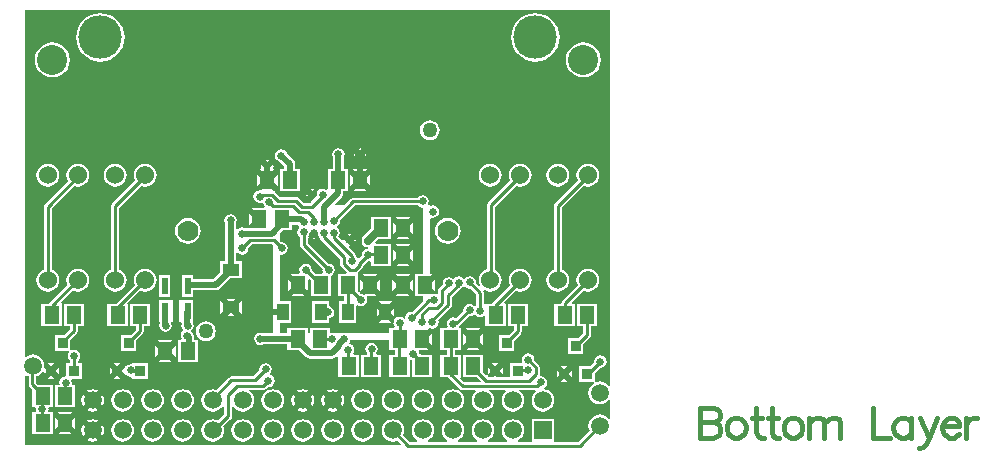
<source format=gbl>
%FSLAX23Y23*%
%MOIN*%
G70*
G01*
G75*
G04 Layer_Physical_Order=4*
G04 Layer_Color=16711680*
%ADD10C,0.016*%
%ADD11C,0.010*%
%ADD12C,0.020*%
%ADD13C,0.018*%
%ADD14C,0.015*%
%ADD15C,0.100*%
%ADD16C,0.145*%
%ADD17C,0.050*%
%ADD18C,0.070*%
%ADD19C,0.060*%
%ADD20O,0.060X0.061*%
%ADD21C,0.059*%
%ADD22C,0.059*%
%ADD23R,0.059X0.059*%
%ADD24C,0.025*%
%ADD25R,0.051X0.059*%
%ADD26R,0.058X0.039*%
%ADD27R,0.022X0.057*%
%ADD28R,0.022X0.057*%
%ADD29R,0.039X0.058*%
%ADD30R,0.035X0.037*%
%ADD31R,0.035X0.037*%
%ADD32C,0.020*%
%ADD33C,0.025*%
G36*
X1975Y224D02*
X1970Y222D01*
X1967Y227D01*
X1959Y233D01*
X1950Y236D01*
X1940Y238D01*
X1930Y236D01*
X1927Y235D01*
X1925Y237D01*
X1923Y238D01*
Y239D01*
X1923Y239D01*
Y266D01*
X1940Y284D01*
X1942Y283D01*
X1950Y285D01*
X1957Y289D01*
X1961Y296D01*
X1963Y304D01*
X1961Y312D01*
X1957Y319D01*
X1950Y323D01*
X1942Y325D01*
X1934Y323D01*
X1927Y319D01*
X1923Y312D01*
X1921Y304D01*
X1922Y302D01*
X1910Y290D01*
X1872D01*
Y237D01*
X1919D01*
X1920Y236D01*
X1920Y236D01*
Y236D01*
X1921Y234D01*
X1921D01*
X1921Y232D01*
X1913Y227D01*
X1907Y219D01*
X1904Y210D01*
X1902Y200D01*
X1904Y190D01*
X1907Y181D01*
X1913Y173D01*
X1921Y167D01*
X1930Y164D01*
X1940Y162D01*
X1950Y164D01*
X1959Y167D01*
X1967Y173D01*
X1970Y178D01*
X1975Y176D01*
Y114D01*
X1970Y112D01*
X1967Y117D01*
X1959Y123D01*
X1950Y126D01*
X1940Y128D01*
X1930Y126D01*
X1921Y123D01*
X1913Y117D01*
X1907Y109D01*
X1904Y100D01*
X1902Y90D01*
X1904Y80D01*
X1906Y75D01*
X1868Y37D01*
X1788D01*
Y37D01*
Y38D01*
X1788Y41D01*
X1788D01*
Y41D01*
X1788D01*
Y112D01*
X1713D01*
Y41D01*
X1713Y41D01*
X1713D01*
X1713Y38D01*
X1712Y37D01*
X1669D01*
X1668Y42D01*
X1669Y42D01*
X1677Y48D01*
X1683Y56D01*
X1687Y65D01*
X1688Y75D01*
X1687Y85D01*
X1683Y94D01*
X1677Y102D01*
X1669Y108D01*
X1660Y111D01*
X1650Y113D01*
X1641Y111D01*
X1631Y108D01*
X1624Y102D01*
X1618Y94D01*
X1614Y85D01*
X1613Y75D01*
X1614Y65D01*
X1618Y56D01*
X1624Y48D01*
X1631Y42D01*
X1632Y42D01*
X1631Y37D01*
X1569D01*
X1568Y42D01*
X1569Y42D01*
X1577Y48D01*
X1583Y56D01*
X1587Y65D01*
X1588Y75D01*
X1587Y85D01*
X1583Y94D01*
X1577Y102D01*
X1569Y108D01*
X1560Y111D01*
X1550Y113D01*
X1541Y111D01*
X1531Y108D01*
X1524Y102D01*
X1518Y94D01*
X1514Y85D01*
X1513Y75D01*
X1514Y65D01*
X1518Y56D01*
X1524Y48D01*
X1531Y42D01*
X1532Y42D01*
X1531Y37D01*
X1469D01*
X1468Y42D01*
X1469Y42D01*
X1477Y48D01*
X1483Y56D01*
X1487Y65D01*
X1488Y75D01*
X1487Y85D01*
X1483Y94D01*
X1477Y102D01*
X1469Y108D01*
X1460Y111D01*
X1450Y113D01*
X1441Y111D01*
X1431Y108D01*
X1424Y102D01*
X1418Y94D01*
X1414Y85D01*
X1413Y75D01*
X1414Y65D01*
X1418Y56D01*
X1424Y48D01*
X1431Y42D01*
X1432Y42D01*
X1431Y37D01*
X1369D01*
X1368Y42D01*
X1369Y42D01*
X1377Y48D01*
X1383Y56D01*
X1387Y65D01*
X1388Y75D01*
X1387Y85D01*
X1383Y94D01*
X1377Y102D01*
X1369Y108D01*
X1360Y111D01*
X1350Y113D01*
X1341Y111D01*
X1331Y108D01*
X1324Y102D01*
X1318Y94D01*
X1314Y85D01*
X1313Y75D01*
X1314Y65D01*
X1318Y56D01*
X1324Y48D01*
X1331Y42D01*
X1332Y42D01*
X1331Y37D01*
X1307D01*
X1284Y59D01*
X1287Y65D01*
X1288Y75D01*
X1287Y85D01*
X1283Y94D01*
X1277Y102D01*
X1269Y108D01*
X1260Y111D01*
X1250Y113D01*
X1241Y111D01*
X1231Y108D01*
X1224Y102D01*
X1218Y94D01*
X1214Y85D01*
X1213Y75D01*
X1214Y65D01*
X1218Y56D01*
X1224Y48D01*
X1231Y42D01*
X1241Y39D01*
X1250Y37D01*
X1260Y39D01*
X1266Y41D01*
X1277Y30D01*
X1275Y25D01*
X25D01*
Y256D01*
X29Y259D01*
X31Y257D01*
X36Y255D01*
Y228D01*
X36Y228D01*
X36D01*
X37Y223D01*
X40Y219D01*
X49Y209D01*
Y153D01*
X59D01*
X62Y149D01*
X61Y145D01*
X62Y141D01*
X59Y137D01*
X49D01*
Y63D01*
X116D01*
Y137D01*
X105D01*
X102Y141D01*
X103Y145D01*
X102Y149D01*
X105Y153D01*
X116D01*
Y227D01*
X68D01*
X62Y233D01*
Y255D01*
X69Y257D01*
X77Y263D01*
X82Y270D01*
X87Y269D01*
Y262D01*
X98Y274D01*
X87Y285D01*
X88Y290D01*
X87Y296D01*
Y300D01*
X86D01*
X83Y309D01*
X77Y317D01*
X69Y323D01*
X60Y326D01*
X50Y328D01*
X40Y326D01*
X31Y323D01*
X29Y321D01*
X25Y324D01*
Y1475D01*
X1975D01*
Y224D01*
D02*
G37*
%LPC*%
G36*
X307Y285D02*
Y262D01*
X318Y274D01*
X307Y285D01*
D02*
G37*
G36*
X138D02*
X127Y274D01*
X138Y262D01*
Y285D01*
D02*
G37*
G36*
X1180Y367D02*
X1172Y366D01*
X1165Y361D01*
X1161Y354D01*
X1159Y346D01*
X1161Y339D01*
X1165Y332D01*
Y327D01*
X1144D01*
Y253D01*
X1211D01*
Y327D01*
X1198D01*
X1195Y332D01*
X1199Y339D01*
X1201Y346D01*
X1199Y354D01*
X1195Y361D01*
X1188Y366D01*
X1180Y367D01*
D02*
G37*
G36*
X1567Y285D02*
Y262D01*
X1578Y274D01*
X1567Y285D01*
D02*
G37*
G36*
X125Y300D02*
X100D01*
X112Y288D01*
X125Y300D01*
D02*
G37*
G36*
X1835Y290D02*
X1810D01*
X1822Y278D01*
X1835Y290D01*
D02*
G37*
G36*
X1618Y285D02*
X1607Y274D01*
X1618Y262D01*
Y285D01*
D02*
G37*
G36*
X826Y299D02*
X818Y297D01*
X811Y293D01*
X807Y286D01*
X805Y278D01*
X806Y276D01*
X785Y255D01*
X712D01*
X707Y254D01*
X703Y251D01*
X662Y210D01*
X660Y211D01*
X650Y213D01*
X640Y211D01*
X631Y208D01*
X623Y202D01*
X617Y194D01*
X614Y185D01*
X612Y175D01*
X614Y165D01*
X617Y156D01*
X623Y148D01*
X631Y142D01*
X640Y139D01*
X650Y137D01*
X660Y139D01*
X669Y142D01*
X677Y148D01*
X683Y156D01*
X683Y157D01*
X688Y156D01*
Y128D01*
X668Y108D01*
X660Y111D01*
X650Y113D01*
X640Y111D01*
X631Y108D01*
X623Y102D01*
X617Y94D01*
X614Y85D01*
X612Y75D01*
X614Y65D01*
X617Y56D01*
X623Y48D01*
X631Y42D01*
X640Y39D01*
X650Y37D01*
X660Y39D01*
X669Y42D01*
X677Y48D01*
X683Y56D01*
X686Y65D01*
X688Y75D01*
X686Y85D01*
X685Y88D01*
X707Y111D01*
X710Y113D01*
X713Y117D01*
X714Y122D01*
Y153D01*
X719Y154D01*
X723Y148D01*
X731Y142D01*
X740Y139D01*
X750Y137D01*
X760Y139D01*
X769Y142D01*
X777Y148D01*
X783Y156D01*
X786Y165D01*
X788Y175D01*
X786Y185D01*
X783Y194D01*
X777Y202D01*
X769Y208D01*
X769Y209D01*
X817D01*
X822Y210D01*
X826Y213D01*
X833Y220D01*
X835Y219D01*
X843Y221D01*
X850Y225D01*
X854Y232D01*
X856Y240D01*
X854Y248D01*
X850Y255D01*
X843Y259D01*
X841Y259D01*
X841Y263D01*
X845Y270D01*
X847Y278D01*
X845Y286D01*
X841Y293D01*
X834Y297D01*
X826Y299D01*
D02*
G37*
G36*
X1822Y250D02*
X1810Y237D01*
X1835D01*
X1822Y250D01*
D02*
G37*
G36*
X1050Y213D02*
X1040Y211D01*
X1031Y208D01*
X1050Y189D01*
X1069Y208D01*
X1060Y211D01*
X1050Y213D01*
D02*
G37*
G36*
X250Y213D02*
X240Y211D01*
X231Y208D01*
X250Y189D01*
X268Y208D01*
X259Y211D01*
X250Y213D01*
D02*
G37*
G36*
X1797Y275D02*
Y252D01*
X1808Y264D01*
X1797Y275D01*
D02*
G37*
G36*
X1848D02*
X1837Y264D01*
X1848Y252D01*
Y275D01*
D02*
G37*
G36*
X112Y260D02*
X100Y247D01*
X125D01*
X112Y260D01*
D02*
G37*
G36*
X332D02*
X320Y247D01*
X345D01*
X332Y260D01*
D02*
G37*
G36*
X345Y300D02*
X320D01*
X332Y288D01*
X345Y300D01*
D02*
G37*
G36*
X515Y377D02*
X469D01*
X492Y354D01*
X515Y377D01*
D02*
G37*
G36*
X1381Y399D02*
X1362Y380D01*
X1381Y361D01*
Y399D01*
D02*
G37*
G36*
X1701Y497D02*
X1634D01*
Y423D01*
X1654D01*
Y410D01*
X1637Y393D01*
X1604D01*
Y340D01*
X1655D01*
Y374D01*
X1677Y395D01*
X1679Y400D01*
X1680Y405D01*
Y423D01*
X1701D01*
Y497D01*
D02*
G37*
G36*
X1517Y366D02*
X1494Y343D01*
X1541D01*
X1517Y366D01*
D02*
G37*
G36*
X627Y438D02*
X618Y437D01*
X610Y434D01*
X604Y428D01*
X598Y422D01*
X595Y414D01*
X594Y405D01*
X595Y396D01*
X598Y388D01*
X604Y382D01*
X610Y376D01*
X618Y373D01*
X627Y372D01*
X636Y373D01*
X644Y376D01*
X650Y382D01*
X656Y388D01*
X659Y396D01*
X660Y405D01*
X659Y414D01*
X656Y422D01*
X650Y428D01*
X644Y434D01*
X636Y437D01*
X627Y438D01*
D02*
G37*
G36*
X1541Y417D02*
X1494D01*
X1517Y394D01*
X1541Y417D01*
D02*
G37*
G36*
X1484Y399D02*
Y361D01*
X1503Y380D01*
X1484Y399D01*
D02*
G37*
G36*
X1551D02*
X1532Y380D01*
X1551Y361D01*
Y399D01*
D02*
G37*
G36*
X492Y326D02*
X469Y303D01*
X515D01*
X492Y326D01*
D02*
G37*
G36*
X510Y508D02*
X509Y508D01*
X509D01*
Y508D01*
X509D01*
X509D01*
X472D01*
Y435D01*
X474D01*
Y432D01*
X472Y424D01*
X474Y416D01*
X478Y409D01*
X485Y405D01*
X493Y403D01*
X501Y405D01*
X508Y409D01*
X512Y416D01*
X514Y424D01*
X512Y432D01*
X510Y435D01*
Y435D01*
X544D01*
X547Y431D01*
X545Y424D01*
X547Y416D01*
X550Y411D01*
X549Y406D01*
X549Y406D01*
X545Y399D01*
X543Y391D01*
X545Y383D01*
X546Y382D01*
X543Y377D01*
X534D01*
Y303D01*
X600D01*
Y377D01*
X588D01*
Y385D01*
X587Y392D01*
X584Y397D01*
X583Y399D01*
X579Y406D01*
Y408D01*
X581Y409D01*
X585Y416D01*
X587Y424D01*
X585Y432D01*
X583Y435D01*
Y435D01*
X584D01*
Y508D01*
X547D01*
Y508D01*
X547D01*
X547Y508D01*
Y508D01*
X510D01*
Y508D01*
D02*
G37*
G36*
X1605Y300D02*
X1580D01*
X1592Y288D01*
X1605Y300D01*
D02*
G37*
G36*
X433Y300D02*
X382D01*
Y299D01*
X378Y296D01*
X377Y296D01*
X369Y294D01*
X362Y290D01*
X358Y292D01*
Y285D01*
X347Y274D01*
X358Y262D01*
Y258D01*
X362Y260D01*
X369Y256D01*
X377Y254D01*
X378Y254D01*
X382Y251D01*
Y247D01*
X433D01*
Y300D01*
D02*
G37*
G36*
X1931Y497D02*
X1864D01*
Y423D01*
X1885D01*
Y400D01*
X1868Y383D01*
X1834D01*
Y330D01*
X1885D01*
Y363D01*
X1907Y385D01*
X1910Y389D01*
X1911Y394D01*
Y423D01*
X1931D01*
Y497D01*
D02*
G37*
G36*
X441D02*
X374D01*
Y423D01*
X393D01*
Y410D01*
X376Y393D01*
X344D01*
Y340D01*
X395D01*
Y375D01*
X416Y395D01*
X419Y400D01*
X420Y405D01*
Y423D01*
X441D01*
Y497D01*
D02*
G37*
G36*
X459Y359D02*
Y321D01*
X478Y340D01*
X459Y359D01*
D02*
G37*
G36*
X526D02*
X506Y340D01*
X526Y321D01*
Y359D01*
D02*
G37*
G36*
X950Y213D02*
X940Y211D01*
X931Y208D01*
X950Y189D01*
X969Y208D01*
X960Y211D01*
X950Y213D01*
D02*
G37*
G36*
X282Y94D02*
X264Y75D01*
X282Y56D01*
X286Y65D01*
X287Y75D01*
X286Y85D01*
X282Y94D01*
D02*
G37*
G36*
X157Y86D02*
X134Y63D01*
X181D01*
X157Y86D01*
D02*
G37*
G36*
X550Y113D02*
X540Y111D01*
X531Y108D01*
X523Y102D01*
X517Y94D01*
X513Y85D01*
X512Y75D01*
X513Y65D01*
X517Y56D01*
X523Y48D01*
X531Y42D01*
X540Y39D01*
X550Y37D01*
X559Y39D01*
X569Y42D01*
X576Y48D01*
X582Y56D01*
X586Y65D01*
X587Y75D01*
X586Y85D01*
X582Y94D01*
X576Y102D01*
X569Y108D01*
X559Y111D01*
X550Y113D01*
D02*
G37*
G36*
X217Y94D02*
X213Y85D01*
X212Y75D01*
X213Y65D01*
X217Y56D01*
X236Y75D01*
X217Y94D01*
D02*
G37*
G36*
X250Y113D02*
X240Y111D01*
X231Y108D01*
X250Y89D01*
X268Y108D01*
X259Y111D01*
X250Y113D01*
D02*
G37*
G36*
X181Y137D02*
X134D01*
X157Y114D01*
X181Y137D01*
D02*
G37*
G36*
X124Y119D02*
Y81D01*
X143Y100D01*
X124Y119D01*
D02*
G37*
G36*
X191D02*
X172Y100D01*
X191Y81D01*
Y119D01*
D02*
G37*
G36*
X950Y113D02*
X940Y111D01*
X931Y108D01*
X923Y102D01*
X917Y94D01*
X914Y85D01*
X912Y75D01*
X914Y65D01*
X917Y56D01*
X923Y48D01*
X931Y42D01*
X940Y39D01*
X950Y37D01*
X960Y39D01*
X969Y42D01*
X977Y48D01*
X983Y56D01*
X986Y65D01*
X988Y75D01*
X986Y85D01*
X983Y94D01*
X977Y102D01*
X969Y108D01*
X960Y111D01*
X950Y113D01*
D02*
G37*
G36*
X1050D02*
X1040Y111D01*
X1031Y108D01*
X1023Y102D01*
X1017Y94D01*
X1014Y85D01*
X1012Y75D01*
X1014Y65D01*
X1017Y56D01*
X1023Y48D01*
X1031Y42D01*
X1040Y39D01*
X1050Y37D01*
X1060Y39D01*
X1069Y42D01*
X1077Y48D01*
X1083Y56D01*
X1086Y65D01*
X1088Y75D01*
X1086Y85D01*
X1083Y94D01*
X1077Y102D01*
X1069Y108D01*
X1060Y111D01*
X1050Y113D01*
D02*
G37*
G36*
X750D02*
X740Y111D01*
X731Y108D01*
X723Y102D01*
X717Y94D01*
X714Y85D01*
X712Y75D01*
X714Y65D01*
X717Y56D01*
X723Y48D01*
X731Y42D01*
X740Y39D01*
X750Y37D01*
X760Y39D01*
X769Y42D01*
X777Y48D01*
X783Y56D01*
X786Y65D01*
X788Y75D01*
X786Y85D01*
X783Y94D01*
X777Y102D01*
X769Y108D01*
X760Y111D01*
X750Y113D01*
D02*
G37*
G36*
X850D02*
X840Y111D01*
X831Y108D01*
X823Y102D01*
X817Y94D01*
X814Y85D01*
X812Y75D01*
X814Y65D01*
X817Y56D01*
X823Y48D01*
X831Y42D01*
X840Y39D01*
X850Y37D01*
X860Y39D01*
X869Y42D01*
X877Y48D01*
X883Y56D01*
X886Y65D01*
X888Y75D01*
X886Y85D01*
X883Y94D01*
X877Y102D01*
X869Y108D01*
X860Y111D01*
X850Y113D01*
D02*
G37*
G36*
X350Y113D02*
X340Y111D01*
X331Y108D01*
X323Y102D01*
X317Y94D01*
X313Y85D01*
X312Y75D01*
X313Y65D01*
X317Y56D01*
X323Y48D01*
X331Y42D01*
X340Y39D01*
X350Y37D01*
X359Y39D01*
X369Y42D01*
X376Y48D01*
X382Y56D01*
X386Y65D01*
X387Y75D01*
X386Y85D01*
X382Y94D01*
X376Y102D01*
X369Y108D01*
X359Y111D01*
X350Y113D01*
D02*
G37*
G36*
X450D02*
X440Y111D01*
X431Y108D01*
X423Y102D01*
X417Y94D01*
X413Y85D01*
X412Y75D01*
X413Y65D01*
X417Y56D01*
X423Y48D01*
X431Y42D01*
X440Y39D01*
X450Y37D01*
X459Y39D01*
X469Y42D01*
X476Y48D01*
X482Y56D01*
X486Y65D01*
X487Y75D01*
X486Y85D01*
X482Y94D01*
X476Y102D01*
X469Y108D01*
X459Y111D01*
X450Y113D01*
D02*
G37*
G36*
X1150Y113D02*
X1140Y111D01*
X1131Y108D01*
X1123Y102D01*
X1117Y94D01*
X1114Y85D01*
X1112Y75D01*
X1114Y65D01*
X1117Y56D01*
X1123Y48D01*
X1131Y42D01*
X1140Y39D01*
X1150Y37D01*
X1160Y39D01*
X1169Y42D01*
X1177Y48D01*
X1183Y56D01*
X1186Y65D01*
X1188Y75D01*
X1186Y85D01*
X1183Y94D01*
X1177Y102D01*
X1169Y108D01*
X1160Y111D01*
X1150Y113D01*
D02*
G37*
G36*
X250Y61D02*
X231Y42D01*
X240Y39D01*
X250Y37D01*
X259Y39D01*
X268Y42D01*
X250Y61D01*
D02*
G37*
G36*
X1250Y213D02*
X1241Y211D01*
X1231Y208D01*
X1224Y202D01*
X1218Y194D01*
X1214Y185D01*
X1213Y175D01*
X1214Y165D01*
X1218Y156D01*
X1224Y148D01*
X1231Y142D01*
X1241Y139D01*
X1250Y137D01*
X1260Y139D01*
X1269Y142D01*
X1277Y148D01*
X1283Y156D01*
X1287Y165D01*
X1288Y175D01*
X1287Y185D01*
X1283Y194D01*
X1277Y202D01*
X1269Y208D01*
X1260Y211D01*
X1250Y213D01*
D02*
G37*
G36*
X917Y194D02*
X914Y185D01*
X912Y175D01*
X914Y165D01*
X917Y156D01*
X936Y175D01*
X917Y194D01*
D02*
G37*
G36*
X983D02*
X964Y175D01*
X983Y156D01*
X986Y165D01*
X988Y175D01*
X986Y185D01*
X983Y194D01*
D02*
G37*
G36*
X450Y213D02*
X440Y211D01*
X431Y208D01*
X423Y202D01*
X417Y194D01*
X413Y185D01*
X412Y175D01*
X413Y165D01*
X417Y156D01*
X423Y148D01*
X431Y142D01*
X440Y139D01*
X450Y137D01*
X459Y139D01*
X469Y142D01*
X476Y148D01*
X482Y156D01*
X486Y165D01*
X487Y175D01*
X486Y185D01*
X482Y194D01*
X476Y202D01*
X469Y208D01*
X459Y211D01*
X450Y213D01*
D02*
G37*
G36*
X550D02*
X540Y211D01*
X531Y208D01*
X523Y202D01*
X517Y194D01*
X513Y185D01*
X512Y175D01*
X513Y165D01*
X517Y156D01*
X523Y148D01*
X531Y142D01*
X540Y139D01*
X550Y137D01*
X559Y139D01*
X569Y142D01*
X576Y148D01*
X582Y156D01*
X586Y165D01*
X587Y175D01*
X586Y185D01*
X582Y194D01*
X576Y202D01*
X569Y208D01*
X559Y211D01*
X550Y213D01*
D02*
G37*
G36*
X217Y194D02*
X213Y185D01*
X212Y175D01*
X213Y165D01*
X217Y156D01*
X236Y175D01*
X217Y194D01*
D02*
G37*
G36*
X282D02*
X264Y175D01*
X282Y156D01*
X286Y165D01*
X287Y175D01*
X286Y185D01*
X282Y194D01*
D02*
G37*
G36*
X1017Y194D02*
X1014Y185D01*
X1012Y175D01*
X1014Y165D01*
X1017Y156D01*
X1036Y175D01*
X1017Y194D01*
D02*
G37*
G36*
X1083D02*
X1064Y175D01*
X1083Y156D01*
X1086Y165D01*
X1088Y175D01*
X1086Y185D01*
X1083Y194D01*
D02*
G37*
G36*
X850Y213D02*
X840Y211D01*
X831Y208D01*
X823Y202D01*
X817Y194D01*
X814Y185D01*
X812Y175D01*
X814Y165D01*
X817Y156D01*
X823Y148D01*
X831Y142D01*
X840Y139D01*
X850Y137D01*
X860Y139D01*
X869Y142D01*
X877Y148D01*
X883Y156D01*
X886Y165D01*
X888Y175D01*
X886Y185D01*
X883Y194D01*
X877Y202D01*
X869Y208D01*
X860Y211D01*
X850Y213D01*
D02*
G37*
G36*
X950Y161D02*
X931Y142D01*
X940Y139D01*
X950Y137D01*
X960Y139D01*
X969Y142D01*
X950Y161D01*
D02*
G37*
G36*
X1350Y213D02*
X1341Y211D01*
X1331Y208D01*
X1324Y202D01*
X1318Y194D01*
X1314Y185D01*
X1313Y175D01*
X1314Y165D01*
X1318Y156D01*
X1324Y148D01*
X1331Y142D01*
X1341Y139D01*
X1350Y137D01*
X1360Y139D01*
X1369Y142D01*
X1377Y148D01*
X1383Y156D01*
X1387Y165D01*
X1388Y175D01*
X1387Y185D01*
X1383Y194D01*
X1377Y202D01*
X1369Y208D01*
X1360Y211D01*
X1350Y213D01*
D02*
G37*
G36*
X1450D02*
X1441Y211D01*
X1431Y208D01*
X1424Y202D01*
X1418Y194D01*
X1414Y185D01*
X1413Y175D01*
X1414Y165D01*
X1418Y156D01*
X1424Y148D01*
X1431Y142D01*
X1441Y139D01*
X1450Y137D01*
X1460Y139D01*
X1469Y142D01*
X1477Y148D01*
X1483Y156D01*
X1487Y165D01*
X1488Y175D01*
X1487Y185D01*
X1483Y194D01*
X1477Y202D01*
X1469Y208D01*
X1460Y211D01*
X1450Y213D01*
D02*
G37*
G36*
X250Y161D02*
X231Y142D01*
X240Y139D01*
X250Y137D01*
X259Y139D01*
X268Y142D01*
X250Y161D01*
D02*
G37*
G36*
X350Y213D02*
X340Y211D01*
X331Y208D01*
X323Y202D01*
X317Y194D01*
X313Y185D01*
X312Y175D01*
X313Y165D01*
X317Y156D01*
X323Y148D01*
X331Y142D01*
X340Y139D01*
X350Y137D01*
X359Y139D01*
X369Y142D01*
X376Y148D01*
X382Y156D01*
X386Y165D01*
X387Y175D01*
X386Y185D01*
X382Y194D01*
X376Y202D01*
X369Y208D01*
X359Y211D01*
X350Y213D01*
D02*
G37*
G36*
X1050Y161D02*
X1031Y142D01*
X1040Y139D01*
X1050Y137D01*
X1060Y139D01*
X1069Y142D01*
X1050Y161D01*
D02*
G37*
G36*
X1150Y213D02*
X1140Y211D01*
X1131Y208D01*
X1123Y202D01*
X1117Y194D01*
X1114Y185D01*
X1112Y175D01*
X1114Y165D01*
X1117Y156D01*
X1123Y148D01*
X1131Y142D01*
X1140Y139D01*
X1150Y137D01*
X1160Y139D01*
X1169Y142D01*
X1177Y148D01*
X1183Y156D01*
X1186Y165D01*
X1188Y175D01*
X1186Y185D01*
X1183Y194D01*
X1177Y202D01*
X1169Y208D01*
X1160Y211D01*
X1150Y213D01*
D02*
G37*
G36*
X1575Y963D02*
X1565Y962D01*
X1556Y958D01*
X1548Y952D01*
X1542Y944D01*
X1538Y935D01*
X1537Y925D01*
X1538Y915D01*
X1542Y906D01*
X1548Y898D01*
X1556Y892D01*
X1565Y888D01*
X1575Y887D01*
X1585Y888D01*
X1594Y892D01*
X1602Y898D01*
X1608Y906D01*
X1612Y915D01*
X1613Y925D01*
X1612Y935D01*
X1608Y944D01*
X1602Y952D01*
X1594Y958D01*
X1585Y962D01*
X1575Y963D01*
D02*
G37*
G36*
X1800D02*
X1790Y962D01*
X1781Y958D01*
X1773Y952D01*
X1767Y944D01*
X1763Y935D01*
X1762Y925D01*
X1763Y915D01*
X1767Y906D01*
X1773Y898D01*
X1781Y892D01*
X1790Y888D01*
X1800Y887D01*
X1810Y888D01*
X1819Y892D01*
X1827Y898D01*
X1833Y906D01*
X1837Y915D01*
X1838Y925D01*
X1837Y935D01*
X1833Y944D01*
X1827Y952D01*
X1819Y958D01*
X1810Y962D01*
X1800Y963D01*
D02*
G37*
G36*
X567Y783D02*
X556Y782D01*
X545Y777D01*
X536Y771D01*
X530Y762D01*
X525Y751D01*
X524Y740D01*
X525Y729D01*
X530Y718D01*
X536Y709D01*
X545Y703D01*
X556Y698D01*
X567Y697D01*
X578Y698D01*
X589Y703D01*
X598Y709D01*
X604Y718D01*
X609Y729D01*
X610Y740D01*
X609Y751D01*
X604Y762D01*
X598Y771D01*
X589Y777D01*
X578Y782D01*
X567Y783D01*
D02*
G37*
G36*
X325Y963D02*
X315Y962D01*
X306Y958D01*
X298Y952D01*
X292Y944D01*
X288Y935D01*
X287Y925D01*
X288Y915D01*
X292Y906D01*
X298Y898D01*
X306Y892D01*
X315Y888D01*
X325Y887D01*
X335Y888D01*
X344Y892D01*
X352Y898D01*
X358Y906D01*
X362Y915D01*
X363Y925D01*
X362Y935D01*
X358Y944D01*
X352Y952D01*
X344Y958D01*
X335Y962D01*
X325Y963D01*
D02*
G37*
G36*
X1433Y783D02*
X1422Y782D01*
X1411Y777D01*
X1402Y771D01*
X1396Y762D01*
X1391Y751D01*
X1390Y740D01*
X1391Y729D01*
X1396Y718D01*
X1402Y709D01*
X1411Y703D01*
X1422Y698D01*
X1433Y697D01*
X1444Y698D01*
X1455Y703D01*
X1464Y709D01*
X1470Y718D01*
X1475Y729D01*
X1476Y740D01*
X1475Y751D01*
X1470Y762D01*
X1464Y771D01*
X1455Y777D01*
X1444Y782D01*
X1433Y783D01*
D02*
G37*
G36*
X1175Y929D02*
X1156Y910D01*
X1175Y891D01*
Y929D01*
D02*
G37*
G36*
X1165Y947D02*
X1119D01*
X1142Y924D01*
X1165Y947D01*
D02*
G37*
G36*
X1108Y929D02*
Y891D01*
X1128Y910D01*
X1108Y929D01*
D02*
G37*
G36*
X799D02*
Y891D01*
X818Y910D01*
X799Y929D01*
D02*
G37*
G36*
X866D02*
X846Y910D01*
X866Y891D01*
Y929D01*
D02*
G37*
G36*
X1142Y896D02*
X1119Y873D01*
X1165D01*
X1142Y896D01*
D02*
G37*
G36*
X772Y799D02*
Y761D01*
X791Y780D01*
X772Y799D01*
D02*
G37*
G36*
X963Y864D02*
X962Y858D01*
X963Y853D01*
X968Y858D01*
X963Y864D01*
D02*
G37*
G36*
X878Y1012D02*
X870Y1010D01*
X863Y1006D01*
X859Y999D01*
X857Y991D01*
X859Y983D01*
X863Y976D01*
X870Y972D01*
X872Y972D01*
X889Y954D01*
Y947D01*
X874D01*
Y873D01*
X940D01*
Y947D01*
X925D01*
Y962D01*
X924Y969D01*
X920Y975D01*
X920Y975D01*
X920D01*
Y975D01*
D01*
D01*
D01*
X920Y975D01*
X920Y975D01*
X897Y997D01*
X897Y999D01*
X893Y1006D01*
X886Y1010D01*
X878Y1012D01*
D02*
G37*
G36*
X982Y879D02*
X977Y878D01*
X982Y872D01*
X988Y878D01*
X982Y879D01*
D02*
G37*
G36*
X1900Y964D02*
X1890Y962D01*
X1881Y958D01*
X1873Y952D01*
X1867Y944D01*
X1863Y935D01*
X1862Y925D01*
Y925D01*
X1863Y915D01*
X1866Y908D01*
X1791Y833D01*
X1788Y829D01*
X1787Y824D01*
Y611D01*
X1781Y608D01*
X1773Y602D01*
X1767Y594D01*
X1763Y585D01*
X1762Y575D01*
X1763Y565D01*
X1767Y556D01*
X1773Y548D01*
X1781Y542D01*
X1790Y538D01*
X1800Y537D01*
X1810Y538D01*
X1819Y542D01*
X1827Y548D01*
X1833Y556D01*
X1837Y565D01*
X1838Y575D01*
X1837Y585D01*
X1833Y594D01*
X1827Y602D01*
X1819Y608D01*
X1813Y611D01*
Y818D01*
X1885Y890D01*
X1890Y888D01*
X1900Y886D01*
X1910Y888D01*
X1919Y892D01*
X1927Y898D01*
X1933Y906D01*
X1937Y915D01*
X1938Y925D01*
Y925D01*
X1937Y935D01*
X1933Y944D01*
X1927Y952D01*
X1919Y958D01*
X1910Y962D01*
X1900Y964D01*
D02*
G37*
G36*
X100Y963D02*
X90Y962D01*
X81Y958D01*
X73Y952D01*
X67Y944D01*
X63Y935D01*
X62Y925D01*
X63Y915D01*
X67Y906D01*
X73Y898D01*
X81Y892D01*
X90Y888D01*
X100Y887D01*
X110Y888D01*
X119Y892D01*
X127Y898D01*
X133Y906D01*
X137Y915D01*
X138Y925D01*
X137Y935D01*
X133Y944D01*
X127Y952D01*
X119Y958D01*
X110Y962D01*
X100Y963D01*
D02*
G37*
G36*
X425Y964D02*
X415Y962D01*
X406Y958D01*
X398Y952D01*
X392Y944D01*
X388Y935D01*
X387Y925D01*
Y925D01*
X388Y915D01*
X391Y908D01*
X315Y831D01*
X312Y827D01*
X311Y822D01*
Y610D01*
X306Y608D01*
X298Y602D01*
X292Y594D01*
X288Y585D01*
X287Y575D01*
X288Y565D01*
X292Y556D01*
X298Y548D01*
X306Y542D01*
X315Y538D01*
X325Y537D01*
X335Y538D01*
X344Y542D01*
X352Y548D01*
X358Y556D01*
X362Y565D01*
X363Y575D01*
X362Y585D01*
X358Y594D01*
X352Y602D01*
X344Y608D01*
X337Y611D01*
Y816D01*
X410Y890D01*
X415Y888D01*
X425Y886D01*
X435Y888D01*
X444Y892D01*
X452Y898D01*
X458Y906D01*
X462Y915D01*
X463Y925D01*
Y925D01*
X462Y935D01*
X458Y944D01*
X452Y952D01*
X444Y958D01*
X435Y962D01*
X425Y964D01*
D02*
G37*
G36*
X1069Y1016D02*
X1061Y1014D01*
X1054Y1010D01*
X1050Y1003D01*
X1048Y995D01*
X1050Y987D01*
X1051Y986D01*
Y947D01*
X1034D01*
Y879D01*
X1029Y876D01*
X1025Y879D01*
X1017Y881D01*
X1009Y879D01*
X1002Y875D01*
X1002Y874D01*
X997Y873D01*
X997Y873D01*
X999Y870D01*
X998Y868D01*
X996Y860D01*
X997Y858D01*
X990Y851D01*
X977Y839D01*
X976Y839D01*
X977Y837D01*
X974Y833D01*
X953D01*
X936Y850D01*
X931Y853D01*
X926Y854D01*
X875D01*
X858Y870D01*
X859Y873D01*
X855D01*
X832Y896D01*
X810Y874D01*
X806Y875D01*
X799Y873D01*
Y873D01*
X798Y873D01*
X791Y869D01*
X787Y862D01*
X785Y854D01*
X787Y846D01*
X791Y839D01*
X798Y835D01*
X806Y833D01*
X814Y835D01*
X814Y835D01*
X819Y833D01*
X820Y827D01*
X823Y822D01*
X821Y817D01*
X782D01*
X812Y787D01*
X805Y780D01*
X812Y773D01*
X789Y749D01*
X772D01*
Y749D01*
X757D01*
X756Y750D01*
X748Y752D01*
X740Y750D01*
X733Y746D01*
X733Y745D01*
X728Y747D01*
Y766D01*
X729Y767D01*
X731Y775D01*
X729Y783D01*
X725Y790D01*
X718Y794D01*
X710Y796D01*
X702Y794D01*
X695Y790D01*
X691Y783D01*
X689Y775D01*
X691Y767D01*
X692Y766D01*
Y638D01*
X673D01*
Y600D01*
X652Y579D01*
X584D01*
Y593D01*
X547D01*
Y520D01*
X584D01*
Y543D01*
X658D01*
X659Y543D01*
X660Y543D01*
X667Y544D01*
X673Y548D01*
X707Y582D01*
X747D01*
Y638D01*
X728D01*
Y666D01*
X733Y668D01*
X733Y667D01*
X740Y663D01*
X748Y661D01*
X756Y663D01*
X763Y667D01*
X767Y674D01*
X769Y682D01*
X768Y684D01*
X780Y695D01*
X848D01*
X850Y693D01*
Y398D01*
X818D01*
X817Y399D01*
X809Y401D01*
X801Y399D01*
X794Y395D01*
X790Y388D01*
X788Y380D01*
X790Y372D01*
X794Y365D01*
X801Y361D01*
X809Y359D01*
X817Y361D01*
X818Y362D01*
X899D01*
Y343D01*
X938D01*
X961Y319D01*
X961D01*
X961Y319D01*
X961D01*
X961Y319D01*
Y319D01*
X961Y319D01*
Y319D01*
X967Y315D01*
X974Y314D01*
X1048D01*
X1055Y315D01*
X1061Y319D01*
X1065Y323D01*
X1069Y321D01*
Y253D01*
X1136D01*
Y327D01*
X1120D01*
X1118Y332D01*
X1120Y335D01*
X1122Y343D01*
X1120Y351D01*
X1116Y358D01*
X1109Y362D01*
X1103Y363D01*
X1103Y364D01*
X1107Y371D01*
X1108Y375D01*
X1239D01*
Y343D01*
X1257D01*
Y327D01*
X1239D01*
Y253D01*
X1306D01*
Y307D01*
X1309Y310D01*
X1314Y308D01*
Y253D01*
X1381D01*
Y327D01*
X1350D01*
X1338Y330D01*
X1336Y338D01*
X1336Y338D01*
X1338Y343D01*
X1371D01*
X1340Y373D01*
X1347Y380D01*
X1340Y387D01*
X1371Y417D01*
X1372D01*
X1374Y416D01*
X1381Y414D01*
Y413D01*
X1382Y414D01*
X1390Y416D01*
X1397Y420D01*
X1401Y427D01*
X1403Y435D01*
X1401Y443D01*
X1443Y485D01*
X1446Y489D01*
X1447Y494D01*
Y520D01*
X1475Y547D01*
X1478Y548D01*
X1485Y552D01*
X1486Y555D01*
X1491D01*
X1492Y553D01*
X1499Y549D01*
X1507Y547D01*
X1508Y548D01*
X1527Y527D01*
Y492D01*
X1523Y489D01*
X1522Y489D01*
X1521Y491D01*
X1514Y495D01*
X1506Y497D01*
X1498Y495D01*
X1491Y491D01*
X1487Y484D01*
X1485Y476D01*
X1486Y474D01*
X1461Y449D01*
X1459Y450D01*
X1451Y452D01*
X1443Y450D01*
X1436Y446D01*
X1432Y439D01*
X1430Y431D01*
X1432Y423D01*
X1433Y422D01*
X1430Y417D01*
X1409D01*
Y343D01*
X1430D01*
Y327D01*
X1409D01*
Y253D01*
X1434D01*
X1474Y213D01*
X1478Y210D01*
X1483Y209D01*
X1525D01*
X1527Y204D01*
X1524Y202D01*
X1518Y194D01*
X1514Y185D01*
X1513Y175D01*
X1514Y165D01*
X1518Y156D01*
X1524Y148D01*
X1531Y142D01*
X1541Y139D01*
X1550Y137D01*
X1560Y139D01*
X1569Y142D01*
X1577Y148D01*
X1583Y156D01*
X1587Y165D01*
X1588Y175D01*
X1587Y185D01*
X1583Y194D01*
X1577Y202D01*
X1569Y208D01*
X1569Y209D01*
X1625D01*
X1627Y204D01*
X1624Y202D01*
X1618Y194D01*
X1614Y185D01*
X1613Y175D01*
X1614Y165D01*
X1618Y156D01*
X1624Y148D01*
X1631Y142D01*
X1641Y139D01*
X1650Y137D01*
X1660Y139D01*
X1669Y142D01*
X1677Y148D01*
X1683Y156D01*
X1687Y165D01*
X1688Y175D01*
X1687Y185D01*
X1683Y194D01*
X1677Y202D01*
X1669Y208D01*
X1669Y209D01*
X1725D01*
X1727Y204D01*
X1724Y202D01*
X1718Y194D01*
X1714Y185D01*
X1713Y175D01*
X1714Y165D01*
X1718Y156D01*
X1724Y148D01*
X1731Y142D01*
X1741Y139D01*
X1750Y137D01*
X1760Y139D01*
X1769Y142D01*
X1777Y148D01*
X1783Y156D01*
X1787Y165D01*
X1788Y175D01*
X1787Y185D01*
X1783Y194D01*
X1777Y202D01*
X1769Y208D01*
X1760Y211D01*
X1755Y212D01*
X1754Y217D01*
X1759Y220D01*
X1763Y227D01*
X1765Y235D01*
X1763Y243D01*
X1759Y250D01*
X1752Y254D01*
X1744Y256D01*
X1743Y256D01*
X1739Y259D01*
X1740Y263D01*
Y285D01*
X1739Y290D01*
X1736Y294D01*
X1721Y309D01*
X1722Y311D01*
X1720Y319D01*
X1716Y326D01*
X1709Y330D01*
X1701Y332D01*
X1693Y330D01*
X1686Y326D01*
X1682Y319D01*
X1680Y311D01*
X1682Y304D01*
X1679Y301D01*
X1678Y300D01*
X1642D01*
Y254D01*
X1618D01*
Y254D01*
X1598D01*
X1592Y260D01*
X1587Y254D01*
X1567D01*
Y259D01*
X1562Y257D01*
X1551Y269D01*
Y327D01*
X1484D01*
Y253D01*
X1530D01*
X1543Y240D01*
X1541Y235D01*
X1488D01*
X1475Y249D01*
X1476Y253D01*
X1476D01*
X1476Y253D01*
Y327D01*
X1456D01*
Y343D01*
X1476D01*
Y417D01*
X1472D01*
X1470Y422D01*
X1471Y423D01*
X1504Y456D01*
X1506Y455D01*
X1514Y457D01*
X1520Y461D01*
X1524Y460D01*
X1526Y458D01*
X1532Y453D01*
X1540Y452D01*
X1548Y453D01*
X1555Y458D01*
X1559Y455D01*
Y423D01*
X1626D01*
Y497D01*
X1624D01*
X1622Y502D01*
X1660Y540D01*
X1665Y538D01*
X1675Y536D01*
X1685Y538D01*
X1694Y542D01*
X1702Y548D01*
X1708Y556D01*
X1712Y565D01*
X1713Y575D01*
Y575D01*
X1712Y585D01*
X1708Y594D01*
X1702Y602D01*
X1694Y608D01*
X1685Y612D01*
X1675Y614D01*
X1665Y612D01*
X1656Y608D01*
X1648Y602D01*
X1642Y594D01*
X1638Y585D01*
X1637Y575D01*
Y575D01*
X1638Y565D01*
X1641Y558D01*
X1582Y499D01*
X1581Y497D01*
X1559D01*
Y490D01*
X1558Y489D01*
X1553Y491D01*
Y532D01*
X1553Y535D01*
X1553Y537D01*
X1552Y537D01*
X1552Y537D01*
X1551Y539D01*
X1552Y540D01*
X1556Y542D01*
X1556Y542D01*
X1565Y538D01*
X1575Y537D01*
X1585Y538D01*
X1594Y542D01*
X1602Y548D01*
X1608Y556D01*
X1612Y565D01*
X1613Y575D01*
X1612Y585D01*
X1608Y594D01*
X1602Y602D01*
X1594Y608D01*
X1591Y609D01*
Y821D01*
X1660Y890D01*
X1665Y888D01*
X1675Y886D01*
X1685Y888D01*
X1694Y892D01*
X1702Y898D01*
X1708Y906D01*
X1712Y915D01*
X1713Y925D01*
Y925D01*
X1712Y935D01*
X1708Y944D01*
X1702Y952D01*
X1694Y958D01*
X1685Y962D01*
X1675Y964D01*
X1665Y962D01*
X1656Y958D01*
X1648Y952D01*
X1642Y944D01*
X1638Y935D01*
X1637Y925D01*
Y925D01*
X1638Y915D01*
X1641Y908D01*
X1569Y836D01*
X1566Y832D01*
X1565Y827D01*
Y612D01*
X1556Y608D01*
X1548Y602D01*
X1542Y594D01*
X1538Y585D01*
X1537Y575D01*
X1538Y565D01*
X1541Y558D01*
X1537Y555D01*
X1527Y566D01*
X1528Y568D01*
X1526Y576D01*
X1522Y583D01*
X1515Y587D01*
X1507Y589D01*
X1499Y587D01*
X1492Y583D01*
X1491Y580D01*
X1486D01*
X1485Y582D01*
X1478Y586D01*
X1470Y588D01*
X1462Y586D01*
X1455Y582D01*
X1455Y582D01*
X1450Y581D01*
X1445Y584D01*
X1437Y586D01*
X1429Y584D01*
X1422Y580D01*
X1418Y573D01*
X1416Y565D01*
X1417Y563D01*
X1404Y550D01*
X1401Y546D01*
X1400Y541D01*
Y530D01*
X1396Y528D01*
X1394Y529D01*
X1391Y530D01*
Y530D01*
X1386Y531D01*
X1378Y529D01*
X1376Y528D01*
X1350Y553D01*
X1357Y560D01*
X1350Y567D01*
X1381Y597D01*
X1375D01*
Y781D01*
X1379Y784D01*
X1384Y783D01*
X1392Y785D01*
X1399Y789D01*
X1403Y796D01*
X1405Y804D01*
X1403Y812D01*
X1399Y819D01*
X1392Y823D01*
X1384Y825D01*
X1376Y823D01*
X1375Y825D01*
Y825D01*
X1371D01*
X1369Y829D01*
X1369Y830D01*
X1371Y838D01*
X1369Y846D01*
X1365Y853D01*
X1358Y857D01*
X1350Y859D01*
X1342Y857D01*
X1335Y853D01*
X1334Y851D01*
X1119D01*
X1114Y850D01*
X1110Y847D01*
X1087Y825D01*
X1058D01*
X1056Y830D01*
X1080Y854D01*
X1084Y860D01*
D01*
D01*
D01*
Y860D01*
X1084D01*
D01*
D01*
D01*
D01*
X1084D01*
D01*
D01*
D01*
D01*
Y860D01*
X1084D01*
D01*
Y860D01*
D01*
D01*
D01*
D01*
D01*
D01*
D01*
D01*
D01*
D01*
D01*
D01*
Y860D01*
D01*
X1084D01*
D01*
D01*
D01*
D01*
X1084Y860D01*
X1085Y867D01*
Y873D01*
X1100D01*
Y947D01*
X1087D01*
Y986D01*
X1088Y987D01*
X1090Y995D01*
X1088Y1003D01*
X1084Y1010D01*
X1077Y1014D01*
X1069Y1016D01*
D02*
G37*
G36*
X200Y964D02*
X190Y962D01*
X181Y958D01*
X173Y952D01*
X167Y944D01*
X163Y935D01*
X162Y925D01*
Y925D01*
X163Y915D01*
X167Y907D01*
X91Y831D01*
X88Y826D01*
X87Y821D01*
Y611D01*
X81Y608D01*
X73Y602D01*
X67Y594D01*
X63Y585D01*
X62Y575D01*
X63Y565D01*
X67Y556D01*
X73Y548D01*
X81Y542D01*
X90Y538D01*
X100Y537D01*
X110Y538D01*
X119Y542D01*
X127Y548D01*
X133Y556D01*
X137Y565D01*
X138Y575D01*
X137Y585D01*
X133Y594D01*
X127Y602D01*
X119Y608D01*
X113Y611D01*
Y816D01*
X186Y889D01*
X190Y888D01*
X200Y886D01*
X210Y888D01*
X219Y892D01*
X227Y898D01*
X233Y906D01*
X237Y915D01*
X238Y925D01*
Y925D01*
X237Y935D01*
X233Y944D01*
X227Y952D01*
X219Y958D01*
X210Y962D01*
X200Y964D01*
D02*
G37*
G36*
X852Y961D02*
X839Y949D01*
X832Y956D01*
X825Y949D01*
X812Y961D01*
X811Y956D01*
X812Y951D01*
X809Y947D01*
X809D01*
X832Y924D01*
X855Y947D01*
X855D01*
X852Y951D01*
X853Y956D01*
X852Y961D01*
D02*
G37*
G36*
X673Y507D02*
Y462D01*
X696Y485D01*
X673Y507D01*
D02*
G37*
G36*
X710Y470D02*
X697Y457D01*
X723D01*
X710Y470D01*
D02*
G37*
G36*
X747Y507D02*
X724Y485D01*
X747Y462D01*
Y507D01*
D02*
G37*
G36*
X723Y512D02*
X697D01*
X710Y499D01*
X723Y512D01*
D02*
G37*
G36*
X1373Y1108D02*
X1364Y1107D01*
X1356Y1104D01*
X1350Y1098D01*
X1344Y1092D01*
X1341Y1084D01*
X1340Y1075D01*
X1341Y1066D01*
X1344Y1058D01*
X1350Y1052D01*
X1356Y1046D01*
X1364Y1043D01*
X1373Y1042D01*
X1382Y1043D01*
X1390Y1046D01*
X1396Y1052D01*
X1402Y1058D01*
X1405Y1066D01*
X1406Y1075D01*
X1405Y1084D01*
X1402Y1092D01*
X1396Y1098D01*
X1390Y1104D01*
X1382Y1107D01*
X1373Y1108D01*
D02*
G37*
G36*
X1725Y1466D02*
X1709Y1464D01*
X1694Y1460D01*
X1680Y1452D01*
X1668Y1442D01*
X1658Y1430D01*
X1650Y1416D01*
X1646Y1401D01*
X1644Y1385D01*
X1646Y1369D01*
X1650Y1354D01*
X1658Y1340D01*
X1668Y1328D01*
X1680Y1318D01*
X1694Y1310D01*
X1709Y1306D01*
X1725Y1304D01*
X1741Y1306D01*
X1756Y1310D01*
X1770Y1318D01*
X1782Y1328D01*
X1792Y1340D01*
X1800Y1354D01*
X1804Y1369D01*
X1806Y1385D01*
X1804Y1401D01*
X1800Y1416D01*
X1792Y1430D01*
X1782Y1442D01*
X1770Y1452D01*
X1756Y1460D01*
X1741Y1464D01*
X1725Y1466D01*
D02*
G37*
G36*
X221Y497D02*
X154D01*
Y423D01*
X174D01*
Y413D01*
X154Y393D01*
X124D01*
Y340D01*
X170D01*
X172Y335D01*
X169Y331D01*
X167Y323D01*
X169Y315D01*
X173Y308D01*
X175Y307D01*
Y300D01*
X162D01*
Y256D01*
X160Y255D01*
X152Y253D01*
X145Y249D01*
X141Y242D01*
X139Y234D01*
X140Y231D01*
X137Y227D01*
X124D01*
Y153D01*
X191D01*
Y227D01*
X183D01*
X180Y231D01*
X181Y234D01*
X179Y242D01*
X179Y243D01*
X181Y247D01*
X213D01*
Y300D01*
X201D01*
Y307D01*
X203Y308D01*
X207Y315D01*
X209Y323D01*
X207Y331D01*
X203Y337D01*
X196Y342D01*
X188Y344D01*
X180Y342D01*
X180Y342D01*
X175Y344D01*
Y377D01*
X196Y398D01*
X199Y402D01*
X200Y407D01*
D01*
D01*
D01*
D01*
D01*
X200D01*
D01*
D01*
D01*
D01*
Y407D01*
X200D01*
D01*
Y407D01*
D01*
D01*
D01*
D01*
D01*
D01*
D01*
D01*
D01*
D01*
D01*
D01*
Y407D01*
D01*
X200D01*
D01*
D01*
D01*
D01*
X200Y407D01*
Y423D01*
X221D01*
Y497D01*
D02*
G37*
G36*
X275Y1466D02*
X259Y1464D01*
X244Y1460D01*
X230Y1452D01*
X218Y1442D01*
X208Y1430D01*
X200Y1416D01*
X196Y1401D01*
X194Y1385D01*
X196Y1369D01*
X200Y1354D01*
X208Y1340D01*
X218Y1328D01*
X230Y1318D01*
X244Y1310D01*
X259Y1306D01*
X275Y1304D01*
X291Y1306D01*
X306Y1310D01*
X320Y1318D01*
X332Y1328D01*
X342Y1340D01*
X350Y1354D01*
X354Y1369D01*
X356Y1385D01*
X354Y1401D01*
X350Y1416D01*
X342Y1430D01*
X332Y1442D01*
X320Y1452D01*
X306Y1460D01*
X291Y1464D01*
X275Y1466D01*
D02*
G37*
G36*
X115Y1368D02*
X100Y1366D01*
X86Y1361D01*
X74Y1351D01*
X64Y1339D01*
X59Y1325D01*
X57Y1310D01*
X59Y1295D01*
X64Y1281D01*
X74Y1269D01*
X86Y1259D01*
X100Y1254D01*
X115Y1252D01*
X130Y1254D01*
X144Y1259D01*
X156Y1269D01*
X166Y1281D01*
X171Y1295D01*
X173Y1310D01*
X171Y1325D01*
X166Y1339D01*
X156Y1351D01*
X144Y1361D01*
X130Y1366D01*
X115Y1368D01*
D02*
G37*
G36*
X1885D02*
X1870Y1366D01*
X1856Y1361D01*
X1844Y1351D01*
X1834Y1339D01*
X1829Y1325D01*
X1827Y1310D01*
X1829Y1295D01*
X1834Y1281D01*
X1844Y1269D01*
X1856Y1259D01*
X1870Y1254D01*
X1885Y1252D01*
X1900Y1254D01*
X1914Y1259D01*
X1926Y1269D01*
X1936Y1281D01*
X1941Y1295D01*
X1943Y1310D01*
X1941Y1325D01*
X1936Y1339D01*
X1926Y1351D01*
X1914Y1361D01*
X1900Y1366D01*
X1885Y1368D01*
D02*
G37*
G36*
X509Y593D02*
X472D01*
Y520D01*
X509D01*
Y593D01*
D02*
G37*
G36*
X1121Y999D02*
X1120Y994D01*
X1121Y989D01*
X1127Y994D01*
X1121Y999D01*
D02*
G37*
G36*
X1391Y579D02*
X1372Y560D01*
X1391Y541D01*
Y579D01*
D02*
G37*
G36*
X832Y977D02*
X827Y976D01*
X832Y970D01*
X837Y976D01*
X832Y977D01*
D02*
G37*
G36*
X1141Y980D02*
X1136Y974D01*
X1141Y973D01*
X1146Y974D01*
X1141Y980D01*
D02*
G37*
G36*
X1900Y614D02*
X1890Y612D01*
X1881Y608D01*
X1873Y602D01*
X1867Y594D01*
X1863Y585D01*
X1862Y575D01*
Y575D01*
X1863Y565D01*
X1866Y558D01*
X1816Y508D01*
X1813Y504D01*
X1812Y499D01*
Y497D01*
X1789D01*
Y423D01*
X1856D01*
Y497D01*
X1848D01*
X1846Y502D01*
X1884Y540D01*
X1890Y538D01*
X1900Y536D01*
X1910Y538D01*
X1919Y542D01*
X1927Y548D01*
X1933Y556D01*
X1937Y565D01*
X1938Y575D01*
Y575D01*
X1937Y585D01*
X1933Y594D01*
X1927Y602D01*
X1919Y608D01*
X1910Y612D01*
X1900Y614D01*
D02*
G37*
G36*
X1161Y999D02*
X1155Y994D01*
X1161Y989D01*
X1162Y994D01*
X1161Y999D01*
D02*
G37*
G36*
X1141Y1015D02*
X1136Y1014D01*
X1141Y1008D01*
X1146Y1014D01*
X1141Y1015D01*
D02*
G37*
G36*
X200Y614D02*
X190Y612D01*
X181Y608D01*
X173Y602D01*
X167Y594D01*
X163Y585D01*
X162Y575D01*
Y575D01*
X163Y565D01*
X165Y560D01*
X105Y499D01*
X104Y497D01*
X79D01*
Y423D01*
X146D01*
Y497D01*
X146Y497D01*
X146D01*
X144Y502D01*
X183Y541D01*
X190Y538D01*
X200Y536D01*
X210Y538D01*
X219Y542D01*
X227Y548D01*
X233Y556D01*
X237Y565D01*
X238Y575D01*
Y575D01*
X237Y585D01*
X233Y594D01*
X227Y602D01*
X219Y608D01*
X210Y612D01*
X200Y614D01*
D02*
G37*
G36*
X425D02*
X415Y612D01*
X406Y608D01*
X398Y602D01*
X392Y594D01*
X388Y585D01*
X387Y575D01*
Y575D01*
X388Y565D01*
X390Y561D01*
X326Y497D01*
X299D01*
Y423D01*
X366D01*
Y497D01*
X366Y497D01*
X366D01*
X365Y499D01*
X407Y541D01*
X415Y538D01*
X425Y536D01*
X435Y538D01*
X444Y542D01*
X452Y548D01*
X458Y556D01*
X462Y565D01*
X463Y575D01*
Y575D01*
X462Y585D01*
X458Y594D01*
X452Y602D01*
X444Y608D01*
X435Y612D01*
X425Y614D01*
D02*
G37*
%LPD*%
G36*
X1335Y823D02*
X1342Y819D01*
X1350Y817D01*
Y597D01*
X1324D01*
Y523D01*
X1350D01*
Y507D01*
X1315Y471D01*
X1313Y472D01*
X1305Y470D01*
X1298Y466D01*
X1294Y459D01*
X1292Y451D01*
X1293Y449D01*
X1288Y447D01*
X1288Y448D01*
X1281Y452D01*
X1273Y454D01*
X1265Y452D01*
X1258Y448D01*
X1258Y447D01*
X1253Y448D01*
Y436D01*
X1252Y433D01*
X1252D01*
X1252Y433D01*
X1254Y425D01*
X1256Y422D01*
X1254Y417D01*
X1239D01*
Y400D01*
X1051D01*
X1047Y401D01*
X1045Y400D01*
X1041Y403D01*
Y417D01*
X974D01*
Y400D01*
X966D01*
Y417D01*
X899D01*
Y400D01*
X875D01*
Y433D01*
X912D01*
Y507D01*
X875D01*
Y658D01*
X879Y661D01*
X880Y661D01*
X888Y663D01*
X895Y667D01*
X899Y674D01*
X901Y682D01*
X899Y690D01*
X895Y697D01*
X888Y701D01*
X880Y703D01*
X879Y703D01*
X875Y706D01*
Y734D01*
X883Y743D01*
X913D01*
Y761D01*
X935D01*
X935Y761D01*
X939Y754D01*
X938Y750D01*
X934Y743D01*
X932Y735D01*
X934Y727D01*
X938Y721D01*
X940Y719D01*
Y693D01*
X941Y688D01*
X944Y684D01*
X1016Y612D01*
X1015Y610D01*
X1017Y602D01*
X1017Y602D01*
X1015Y597D01*
X992D01*
X981Y609D01*
X981Y610D01*
X979Y618D01*
X975Y625D01*
X968Y629D01*
X960Y631D01*
X952Y629D01*
X946Y625D01*
X941Y618D01*
X939Y610D01*
X941Y602D01*
X941Y602D01*
X939Y597D01*
X912D01*
X942Y567D01*
X969Y541D01*
Y577D01*
X973Y579D01*
X977Y576D01*
Y523D01*
X1043D01*
Y591D01*
X1044Y591D01*
X1051Y595D01*
X1055Y602D01*
X1057Y610D01*
X1055Y618D01*
X1051Y625D01*
X1044Y629D01*
X1036Y631D01*
X1034Y630D01*
X966Y698D01*
Y717D01*
X971Y719D01*
X969Y722D01*
X972Y727D01*
X974Y735D01*
X979Y740D01*
X986Y733D01*
X993Y740D01*
X999Y734D01*
X1001Y726D01*
X1003Y723D01*
X1000Y719D01*
X1004Y719D01*
X1008Y716D01*
X1009Y713D01*
X1012Y709D01*
X1074Y647D01*
Y632D01*
X1075Y627D01*
X1078Y623D01*
X1078Y622D01*
X1079Y622D01*
X1098Y602D01*
X1099Y602D01*
X1098Y602D01*
X1094Y597D01*
X1067D01*
Y523D01*
X1088D01*
Y507D01*
X1072D01*
Y433D01*
X1128D01*
Y491D01*
X1132Y493D01*
X1136Y491D01*
X1144Y489D01*
X1152Y491D01*
X1158Y495D01*
X1163Y502D01*
X1164Y510D01*
X1163Y518D01*
X1163Y518D01*
X1165Y523D01*
X1198D01*
X1175Y546D01*
X1155Y526D01*
X1152Y529D01*
X1144Y531D01*
X1142Y530D01*
X1141Y531D01*
Y537D01*
X1137Y535D01*
X1133Y539D01*
Y594D01*
X1133D01*
Y594D01*
Y595D01*
Y597D01*
X1133D01*
Y597D01*
Y597D01*
X1133Y600D01*
X1133Y601D01*
X1134Y602D01*
X1149Y617D01*
X1152Y621D01*
X1153Y626D01*
X1153Y626D01*
X1166Y640D01*
X1168Y639D01*
X1173Y640D01*
X1177Y637D01*
Y623D01*
X1243D01*
Y697D01*
X1193D01*
X1191Y702D01*
X1202Y713D01*
X1243D01*
Y787D01*
X1177D01*
Y746D01*
X1152Y722D01*
X1148Y715D01*
X1146Y707D01*
Y706D01*
X1146Y706D01*
X1146D01*
X1148Y698D01*
X1152Y691D01*
X1159Y687D01*
X1166Y685D01*
Y680D01*
X1160Y679D01*
X1153Y675D01*
X1149Y668D01*
X1147Y660D01*
X1148Y658D01*
X1138Y649D01*
X1133Y649D01*
X1129Y655D01*
X1128Y656D01*
X1127Y660D01*
X1124Y664D01*
X1104Y685D01*
X1105Y688D01*
X1111Y689D01*
X1098Y702D01*
X1086Y714D01*
X1085Y710D01*
X1080Y708D01*
X1068Y720D01*
X1072Y726D01*
X1074Y734D01*
X1072Y742D01*
X1068Y749D01*
X1062Y753D01*
X1062Y753D01*
X1069Y758D01*
X1073Y765D01*
X1075Y773D01*
X1075Y775D01*
X1100Y800D01*
X1100D01*
X1125Y825D01*
X1334D01*
X1335Y823D01*
D02*
G37*
%LPC*%
G36*
X1141Y579D02*
Y541D01*
X1161Y560D01*
X1141Y579D01*
D02*
G37*
G36*
X902D02*
Y541D01*
X921Y560D01*
X902Y579D01*
D02*
G37*
G36*
X1283Y546D02*
X1259Y523D01*
X1306D01*
X1283Y546D01*
D02*
G37*
G36*
X1316Y579D02*
X1297Y560D01*
X1316Y541D01*
Y579D01*
D02*
G37*
G36*
X1249D02*
Y541D01*
X1268Y560D01*
X1249Y579D01*
D02*
G37*
G36*
X1208D02*
X1189Y560D01*
X1208Y541D01*
Y579D01*
D02*
G37*
G36*
X1198Y483D02*
Y457D01*
X1211Y470D01*
X1198Y483D01*
D02*
G37*
G36*
X1225Y456D02*
X1203Y433D01*
X1248D01*
X1225Y456D01*
D02*
G37*
G36*
X1038Y507D02*
X982D01*
Y433D01*
X1038D01*
Y449D01*
X1042Y450D01*
X1049Y454D01*
X1053Y461D01*
X1055Y469D01*
X1053Y477D01*
X1049Y484D01*
X1042Y488D01*
X1038Y489D01*
Y507D01*
D02*
G37*
G36*
X935Y546D02*
X912Y523D01*
X958D01*
X935Y546D01*
D02*
G37*
G36*
X1248Y507D02*
X1203D01*
X1225Y484D01*
X1248Y507D01*
D02*
G37*
G36*
X1253Y483D02*
X1240Y470D01*
X1253Y457D01*
Y483D01*
D02*
G37*
G36*
X1198Y597D02*
X1152D01*
X1175Y574D01*
X1198Y597D01*
D02*
G37*
G36*
X1105Y729D02*
X1100Y728D01*
X1105Y723D01*
X1111Y728D01*
X1105Y729D01*
D02*
G37*
G36*
X1285Y736D02*
X1262Y713D01*
X1308D01*
X1285Y736D01*
D02*
G37*
G36*
X986Y719D02*
X980Y713D01*
X986Y712D01*
X991Y713D01*
X986Y719D01*
D02*
G37*
G36*
X1308Y787D02*
X1262D01*
X1285Y764D01*
X1308Y787D01*
D02*
G37*
G36*
X1318Y769D02*
X1299Y750D01*
X1318Y731D01*
Y769D01*
D02*
G37*
G36*
X1251D02*
Y731D01*
X1271Y750D01*
X1251Y769D01*
D02*
G37*
G36*
Y679D02*
Y641D01*
X1271Y660D01*
X1251Y679D01*
D02*
G37*
G36*
X1285Y646D02*
X1262Y623D01*
X1308D01*
X1285Y646D01*
D02*
G37*
G36*
X1306Y597D02*
X1259D01*
X1283Y574D01*
X1306Y597D01*
D02*
G37*
G36*
X1125Y714D02*
X1120Y709D01*
X1125Y703D01*
X1126Y709D01*
X1125Y714D01*
D02*
G37*
G36*
X1308Y697D02*
X1262D01*
X1285Y674D01*
X1308Y697D01*
D02*
G37*
G36*
X1318Y679D02*
X1299Y660D01*
X1318Y641D01*
Y679D01*
D02*
G37*
%LPD*%
D11*
X377Y275D02*
X378Y274D01*
X405D01*
X1902Y264D02*
X1942Y304D01*
X82Y112D02*
Y189D01*
X1011Y559D02*
Y562D01*
X960Y610D02*
X961D01*
X1101Y292D02*
Y343D01*
X1348Y292D02*
Y298D01*
X1317Y330D02*
X1348Y298D01*
X1178Y344D02*
X1180Y346D01*
X1178Y294D02*
Y346D01*
X1898Y394D02*
Y460D01*
X1860Y356D02*
X1898Y394D01*
X1667Y405D02*
Y460D01*
X1631Y368D02*
X1667Y405D01*
X1592Y490D02*
X1676Y575D01*
X1592Y459D02*
Y490D01*
X1825Y499D02*
X1901Y575D01*
X1825Y465D02*
Y499D01*
X1578Y575D02*
Y827D01*
X1675Y924D01*
X1800Y824D02*
X1901Y924D01*
X1800Y575D02*
Y824D01*
X324Y822D02*
X427Y925D01*
X324Y572D02*
Y822D01*
X100Y821D02*
X202Y923D01*
X100Y575D02*
Y821D01*
X333Y485D02*
X424Y577D01*
X333Y460D02*
Y485D01*
X114Y490D02*
X199Y575D01*
X114Y462D02*
Y490D01*
X406Y405D02*
Y460D01*
X370Y368D02*
X406Y405D01*
X187Y407D02*
Y460D01*
X149Y369D02*
X187Y407D01*
X1101Y471D02*
Y558D01*
X1100Y553D02*
X1144Y510D01*
X1114Y642D02*
X1114Y642D01*
X1270Y291D02*
Y378D01*
X1507Y568D02*
X1540Y532D01*
Y472D02*
Y532D01*
X1009Y378D02*
X1013D01*
X1668Y275D02*
X1701D01*
X1696Y306D02*
X1701Y311D01*
X1517Y284D02*
Y290D01*
Y284D02*
X1560Y241D01*
X1705D01*
X1727Y263D01*
Y285D01*
X1701Y311D02*
X1727Y285D01*
X188Y274D02*
Y323D01*
X1441Y264D02*
Y288D01*
Y264D02*
X1483Y222D01*
X1731D01*
X1744Y235D01*
X701Y192D02*
X731Y222D01*
X817D01*
X835Y240D01*
X712Y242D02*
X790D01*
X826Y278D01*
X1273Y379D02*
Y433D01*
X961Y610D02*
X1011Y560D01*
X1054Y773D02*
X1119Y838D01*
X1350D01*
X953Y693D02*
Y736D01*
Y693D02*
X1036Y610D01*
X1115Y641D02*
Y655D01*
X1053Y717D02*
X1115Y655D01*
X1053Y717D02*
Y735D01*
X1114Y641D02*
Y642D01*
X653Y75D02*
X701Y123D01*
Y122D02*
Y192D01*
X748Y682D02*
X774Y708D01*
X854D01*
X880Y682D01*
X646Y176D02*
X712Y242D01*
X839Y835D02*
X851Y823D01*
X806Y854D02*
X813Y861D01*
X849D01*
X869Y841D01*
X851Y823D02*
X916D01*
X937Y802D01*
X969D01*
X988Y783D01*
Y770D02*
Y783D01*
X987Y769D02*
X988Y770D01*
X869Y841D02*
X926D01*
X947Y820D01*
X982D01*
X1017Y855D01*
Y860D01*
X1172Y663D02*
X1208D01*
X1169Y660D02*
X1172Y663D01*
X1021Y718D02*
X1087Y652D01*
X1021Y718D02*
Y733D01*
X1087Y632D02*
Y652D01*
X49Y228D02*
X79Y198D01*
X49Y228D02*
Y292D01*
X81Y101D02*
X87Y107D01*
X82Y112D02*
X87Y107D01*
X81Y99D02*
Y101D01*
X1443Y292D02*
Y379D01*
X1371Y509D02*
X1386D01*
X1313Y451D02*
X1371Y509D01*
X1371Y484D02*
X1398D01*
X1349Y462D02*
X1371Y484D01*
X1349Y437D02*
Y462D01*
X1398Y484D02*
X1413Y499D01*
Y541D01*
X1437Y565D01*
X1470Y561D02*
Y567D01*
X1434Y525D02*
X1470Y561D01*
X1382Y442D02*
X1434Y494D01*
X1382Y434D02*
Y442D01*
X1434Y494D02*
Y525D01*
X1462Y432D02*
X1506Y476D01*
X1450Y432D02*
X1462D01*
X1250Y75D02*
X1301Y24D01*
X1873D01*
X1939Y90D01*
X1139Y626D02*
Y631D01*
X1125Y611D02*
X1140Y626D01*
X1007Y380D02*
X1047D01*
X1010Y469D02*
X1034D01*
X1088Y631D02*
X1108Y611D01*
X1108Y611D02*
X1125D01*
X1139Y631D02*
X1170Y662D01*
X159Y233D02*
X160Y234D01*
X159Y192D02*
Y233D01*
D12*
X570Y561D02*
X658D01*
X659Y562D01*
X809Y380D02*
X928D01*
X570Y340D02*
Y385D01*
X564Y391D02*
X570Y385D01*
X565Y425D02*
X566Y424D01*
X565Y425D02*
Y470D01*
X492Y425D02*
Y474D01*
Y425D02*
X493Y424D01*
X1067Y867D02*
Y907D01*
X1020Y820D02*
X1067Y867D01*
X1020Y769D02*
Y820D01*
X1069Y913D02*
Y995D01*
X878Y991D02*
X907Y962D01*
Y908D02*
Y962D01*
X883Y779D02*
X944D01*
X954Y769D01*
X883Y768D02*
Y779D01*
X846Y731D02*
X883Y768D01*
X748Y731D02*
X846D01*
X710Y611D02*
Y775D01*
X660Y561D02*
X710Y611D01*
X1072Y363D02*
X1088Y379D01*
X1072Y356D02*
Y363D01*
X1048Y332D02*
X1072Y356D01*
X974Y332D02*
X1048D01*
X930Y376D02*
X974Y332D01*
D14*
X2275Y150D02*
Y50D01*
Y150D02*
X2318D01*
X2332Y145D01*
X2337Y140D01*
X2342Y131D01*
Y121D01*
X2337Y112D01*
X2332Y107D01*
X2318Y102D01*
X2275D02*
X2318D01*
X2332Y98D01*
X2337Y93D01*
X2342Y83D01*
Y69D01*
X2337Y60D01*
X2332Y55D01*
X2318Y50D01*
X2275D01*
X2388Y117D02*
X2378Y112D01*
X2369Y102D01*
X2364Y88D01*
Y79D01*
X2369Y64D01*
X2378Y55D01*
X2388Y50D01*
X2402D01*
X2412Y55D01*
X2421Y64D01*
X2426Y79D01*
Y88D01*
X2421Y102D01*
X2412Y112D01*
X2402Y117D01*
X2388D01*
X2462Y150D02*
Y69D01*
X2467Y55D01*
X2476Y50D01*
X2486D01*
X2448Y117D02*
X2481D01*
X2514Y150D02*
Y69D01*
X2519Y55D01*
X2529Y50D01*
X2538D01*
X2500Y117D02*
X2534D01*
X2576D02*
X2567Y112D01*
X2557Y102D01*
X2553Y88D01*
Y79D01*
X2557Y64D01*
X2567Y55D01*
X2576Y50D01*
X2591D01*
X2600Y55D01*
X2610Y64D01*
X2614Y79D01*
Y88D01*
X2610Y102D01*
X2600Y112D01*
X2591Y117D01*
X2576D01*
X2636D02*
Y50D01*
Y98D02*
X2651Y112D01*
X2660Y117D01*
X2674D01*
X2684Y112D01*
X2689Y98D01*
Y50D01*
Y98D02*
X2703Y112D01*
X2713Y117D01*
X2727D01*
X2736Y112D01*
X2741Y98D01*
Y50D01*
X2851Y150D02*
Y50D01*
X2908D01*
X2976Y117D02*
Y50D01*
Y102D02*
X2967Y112D01*
X2957Y117D01*
X2943D01*
X2933Y112D01*
X2924Y102D01*
X2919Y88D01*
Y79D01*
X2924Y64D01*
X2933Y55D01*
X2943Y50D01*
X2957D01*
X2967Y55D01*
X2976Y64D01*
X3008Y117D02*
X3036Y50D01*
X3065Y117D02*
X3036Y50D01*
X3027Y31D01*
X3017Y21D01*
X3008Y17D01*
X3003D01*
X3081Y88D02*
X3139D01*
Y98D01*
X3134Y107D01*
X3129Y112D01*
X3120Y117D01*
X3105D01*
X3096Y112D01*
X3086Y102D01*
X3081Y88D01*
Y79D01*
X3086Y64D01*
X3096Y55D01*
X3105Y50D01*
X3120D01*
X3129Y55D01*
X3139Y64D01*
X3160Y117D02*
Y50D01*
Y88D02*
X3165Y102D01*
X3174Y112D01*
X3184Y117D01*
X3198D01*
D15*
X1885Y1310D02*
D03*
X115D02*
D03*
D16*
X1725Y1385D02*
D03*
X275D02*
D03*
D17*
X1373Y1075D02*
D03*
X627Y405D02*
D03*
D18*
X1433Y740D02*
D03*
X567D02*
D03*
D19*
X1800Y575D02*
D03*
Y925D02*
D03*
X100Y575D02*
D03*
X325D02*
D03*
X100Y925D02*
D03*
X325D02*
D03*
X1575D02*
D03*
Y575D02*
D03*
D20*
X1900D02*
D03*
X200Y925D02*
D03*
X425D02*
D03*
X1675D02*
D03*
X425Y575D02*
D03*
X200D02*
D03*
X1900Y925D02*
D03*
X1675Y575D02*
D03*
D21*
X250Y175D02*
D03*
X350D02*
D03*
Y75D02*
D03*
X650Y175D02*
D03*
X750Y75D02*
D03*
X850Y175D02*
D03*
X950D02*
D03*
Y75D02*
D03*
X1050Y175D02*
D03*
X1150D02*
D03*
Y75D02*
D03*
X1250Y175D02*
D03*
X1350D02*
D03*
Y75D02*
D03*
X1450Y175D02*
D03*
X1550D02*
D03*
Y75D02*
D03*
X1650Y175D02*
D03*
X450Y175D02*
D03*
X550D02*
D03*
Y75D02*
D03*
X750Y175D02*
D03*
X1750Y175D02*
D03*
X50Y290D02*
D03*
X1940Y90D02*
D03*
Y200D02*
D03*
D22*
X250Y75D02*
D03*
X650Y75D02*
D03*
X850D02*
D03*
X1050D02*
D03*
X1250Y75D02*
D03*
X1450D02*
D03*
X1650D02*
D03*
X450Y75D02*
D03*
D23*
X1750Y75D02*
D03*
D24*
X377Y275D02*
D03*
X1942Y304D02*
D03*
X809Y380D02*
D03*
X564Y391D02*
D03*
X566Y424D02*
D03*
X493D02*
D03*
X1350Y838D02*
D03*
X82Y145D02*
D03*
X1036Y610D02*
D03*
X1034Y469D02*
D03*
X960Y610D02*
D03*
X748Y682D02*
D03*
X880D02*
D03*
X1101Y343D02*
D03*
X188Y323D02*
D03*
X1317Y330D02*
D03*
X1180Y346D02*
D03*
X1144Y510D02*
D03*
X1114Y641D02*
D03*
X986Y733D02*
D03*
X1021Y769D02*
D03*
X954D02*
D03*
X982Y858D02*
D03*
X1105Y709D02*
D03*
X987Y769D02*
D03*
X1054Y773D02*
D03*
X1053Y734D02*
D03*
X953Y735D02*
D03*
X1273Y433D02*
D03*
X1017Y860D02*
D03*
X1437Y565D02*
D03*
X1386Y510D02*
D03*
X1470Y567D02*
D03*
X1540Y472D02*
D03*
X1507Y568D02*
D03*
X1701Y275D02*
D03*
Y311D02*
D03*
X1744Y235D02*
D03*
X835Y240D02*
D03*
X826Y278D02*
D03*
X806Y854D02*
D03*
X839Y835D02*
D03*
X1141Y994D02*
D03*
X1069Y995D02*
D03*
X832Y956D02*
D03*
X878Y991D02*
D03*
X748Y731D02*
D03*
X710Y775D02*
D03*
X1168Y660D02*
D03*
X1020Y734D02*
D03*
X1313Y451D02*
D03*
X1349Y437D02*
D03*
X1382Y435D02*
D03*
X1451Y431D02*
D03*
X1506Y476D02*
D03*
X1167Y706D02*
D03*
X1384Y804D02*
D03*
X1047Y380D02*
D03*
X1088Y379D02*
D03*
X160Y234D02*
D03*
D25*
X1823Y460D02*
D03*
X1443Y290D02*
D03*
X1897Y460D02*
D03*
X1517Y290D02*
D03*
X1100Y560D02*
D03*
X1175D02*
D03*
X1273Y380D02*
D03*
X1007D02*
D03*
X933D02*
D03*
X567Y340D02*
D03*
X492D02*
D03*
X1347Y290D02*
D03*
X1273D02*
D03*
X1177D02*
D03*
X1103D02*
D03*
X1010Y560D02*
D03*
X935D02*
D03*
X1347Y380D02*
D03*
X1285Y660D02*
D03*
X880Y780D02*
D03*
X805D02*
D03*
X907Y910D02*
D03*
X832D02*
D03*
X1285Y750D02*
D03*
X157Y190D02*
D03*
X83D02*
D03*
X187Y460D02*
D03*
X113D02*
D03*
X407D02*
D03*
X333D02*
D03*
X1283Y560D02*
D03*
X1357D02*
D03*
X1667Y460D02*
D03*
X1593D02*
D03*
X1067Y910D02*
D03*
X1142D02*
D03*
X1210Y750D02*
D03*
Y660D02*
D03*
X1517Y380D02*
D03*
X1443D02*
D03*
X157Y100D02*
D03*
X83D02*
D03*
D26*
X710Y610D02*
D03*
Y485D02*
D03*
D27*
X566Y472D02*
D03*
D28*
X528Y472D02*
D03*
X491D02*
D03*
Y556D02*
D03*
X566D02*
D03*
D29*
X1100Y470D02*
D03*
X1225D02*
D03*
X1010D02*
D03*
X885D02*
D03*
D30*
X112Y274D02*
D03*
X332D02*
D03*
X1822Y264D02*
D03*
X1592Y274D02*
D03*
D31*
X187Y274D02*
D03*
X150Y366D02*
D03*
X370D02*
D03*
X407Y274D02*
D03*
X1860Y356D02*
D03*
X1897Y264D02*
D03*
X1667Y274D02*
D03*
X1630Y366D02*
D03*
D32*
X840Y471D02*
X882D01*
X528Y472D02*
Y527D01*
X529Y426D02*
Y471D01*
X1141Y908D02*
Y994D01*
X832Y910D02*
Y956D01*
X832Y956D02*
X832Y956D01*
D33*
X1167Y706D02*
Y707D01*
X1210Y750D01*
X933Y381D02*
Y392D01*
M02*

</source>
